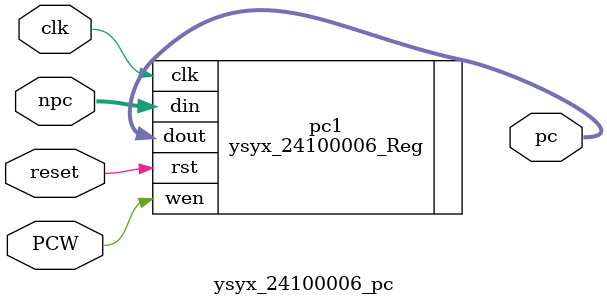
<source format=v>
/**
	PC模块
*/
module ysyx_24100006_pc(
    input clk,
    input reset,
	input PCW,	// 是否更新PC
    input[31:0] npc,
    output[31:0] pc
);
	// always @(npc) begin
	// 	$display("npc is %h\n",npc);
    // end

    // ysyx_24100006_Reg #(32,32'h80000000) pc1(
	// 	.clk(clk),
	// 	.rst(reset),
	// 	.din(npc),
	// 	.dout(pc),
	// 	.wen(PCW)
	// );	

	ysyx_24100006_Reg #(32,32'h20000000) pc1(
		.clk(clk),
		.rst(reset),
		.din(npc),
		.dout(pc),
		.wen(PCW)
	);	
endmodule

</source>
